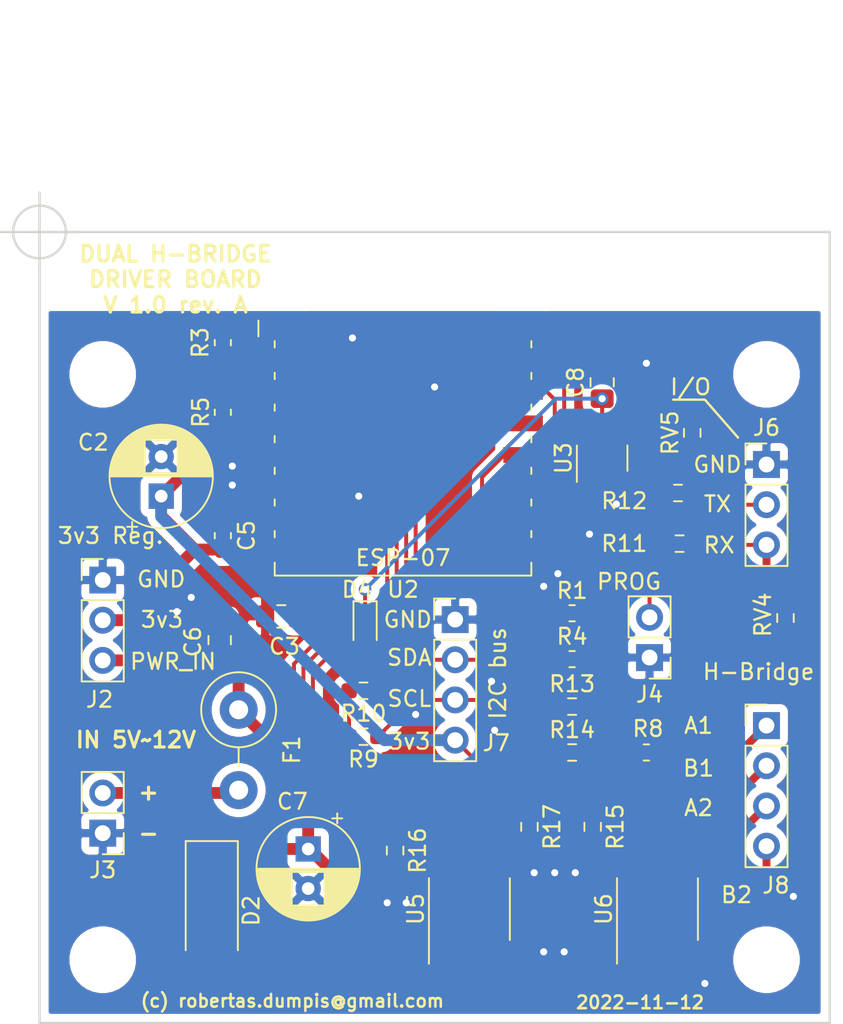
<source format=kicad_pcb>
(kicad_pcb (version 20171130) (host pcbnew "(5.1.12)-1")
  (layers (0 F.Cu signal) (31 B.Cu signal) (34 B.Paste user) (35 F.Paste user) (36 B.SilkS user) (37 F.SilkS user) (38 B.Mask user) (39 F.Mask user) (44 Edge.Cuts user))
  (net 0 "")
  (net 1 GND)
  (net 2 +3V3)
  (net 3 +5V)
  (net 4 "Net-(R1-Pad1)")
  (net 5 "Net-(R3-Pad2)")
  (net 6 "Net-(R5-Pad2)")
  (net 7 "Net-(F1-Pad2)")
  (net 8 /GPIO0)
  (net 9 /RXD)
  (net 10 /TXD)
  (net 11 "Net-(U2-Pad2)")
  (net 12 "Net-(C8-Pad1)")
  (net 13 "Net-(J6-Pad2)")
  (net 14 /GPIO5)
  (net 15 /GPIO4)
  (net 16 "Net-(J6-Pad3)")
  (net 17 "Net-(J8-Pad1)")
  (net 18 "Net-(J8-Pad2)")
  (net 19 "Net-(J8-Pad3)")
  (net 20 "Net-(J8-Pad4)")
  (net 21 /GPIO15)
  (net 22 /GPIO13)
  (net 23 /GPIO12)
  (net 24 /GPIO14)
  (module Resistor_SMD:R_0603_1608Metric_Pad0.98x0.95mm_HandSolder (layer F.Cu) (at 43.5 65.9 180)
    (fp_text reference R9 (at 0 -1.43) (layer F.SilkS))
    (fp_text value 4k6)
    (pad 1 smd roundrect (at -0.9125 0 180) (size 0.975 0.95) (layers F.Cu F.Paste F.Mask) (net 9 /RXD))
    (pad 2 smd roundrect (at 0.9125 0 180) (size 0.975 0.95) (layers F.Cu F.Paste F.Mask) (net 2 +3V3))
  )
  (module Capacitor_SMD:C_0805_2012Metric_Pad1.15x1.40mm_HandSolder (layer F.Cu) (at 38.3 58.3 180)
    (fp_text reference C3 (at -0.2 -1.9) (layer F.SilkS))
    (fp_text value 10uF)
    (pad 2 smd roundrect (at 1.025 0 180) (size 1.15 1.4) (layers F.Cu F.Paste F.Mask) (roundrect_rratio 0.217391) (net 1 GND))
    (pad 1 smd roundrect (at -1.025 0 180) (size 1.15 1.4) (layers F.Cu F.Paste F.Mask) (roundrect_rratio 0.217391) (net 2 +3V3))
  )
  (module Resistor_SMD:R_0603_1608Metric_Pad1.05x0.95mm_HandSolder (layer F.Cu) (at 34.6 41 90)
    (fp_text reference R3 (at 0 -1.43 90) (layer F.SilkS))
    (fp_text value 10k)
    (pad 1 smd roundrect (at -0.875 0 90) (size 1.05 0.95) (layers F.Cu F.Paste F.Mask) (net 2 +3V3))
    (pad 2 smd roundrect (at 0.875 0 90) (size 1.05 0.95) (layers F.Cu F.Paste F.Mask) (net 5 "Net-(R3-Pad2)"))
  )
  (module Connector_PinHeader_2.54mm:PinHeader_1x04_P2.54mm_Vertical (layer F.Cu) (at 49.3 58.5)
    (fp_text reference J7 (at 2.6 7.8) (layer F.SilkS))
    (fp_text value I2C)
    (pad 1 thru_hole rect (at 0 0) (size 1.7 1.7) (drill 1) (layers *.Cu *.Mask) (net 1 GND))
    (pad 2 thru_hole oval (at 0 2.54) (size 1.7 1.7) (drill 1) (layers *.Cu *.Mask) (net 15 /GPIO4))
    (pad 3 thru_hole oval (at 0 5.08) (size 1.7 1.7) (drill 1) (layers *.Cu *.Mask) (net 14 /GPIO5))
    (pad 4 thru_hole oval (at 0 7.62) (size 1.7 1.7) (drill 1) (layers *.Cu *.Mask) (net 2 +3V3))
  )
  (module Resistor_SMD:R_0603_1608Metric_Pad1.05x0.95mm_HandSolder (layer F.Cu) (at 61.4 66.9 180)
    (fp_text reference R8 (at -0.1 1.5) (layer F.SilkS))
    (fp_text value 4.6k)
    (pad 1 smd roundrect (at -0.875 0 180) (size 1.05 0.95) (layers F.Cu F.Paste F.Mask) (net 21 /GPIO15))
    (pad 2 smd roundrect (at 0.875 0 180) (size 1.05 0.95) (layers F.Cu F.Paste F.Mask) (net 1 GND))
  )
  (module Capacitor_SMD:C_0805_2012Metric_Pad1.15x1.40mm_HandSolder (layer F.Cu) (at 34.4 59.8 90)
    (fp_text reference C6 (at -0.1 -1.7 90) (layer F.SilkS))
    (fp_text value 10uF)
    (pad 1 smd roundrect (at -1.025 0 90) (size 1.15 1.4) (layers F.Cu F.Paste F.Mask) (roundrect_rratio 0.217391) (net 3 +5V))
    (pad 2 smd roundrect (at 1.025 0 90) (size 1.15 1.4) (layers F.Cu F.Paste F.Mask) (roundrect_rratio 0.217391) (net 1 GND))
  )
  (module Connector_PinHeader_2.54mm:PinHeader_1x03_P2.54mm_Vertical (layer F.Cu) (at 69 48.7)
    (fp_text reference J6 (at 0 -2.33) (layer F.SilkS))
    (fp_text value I/O)
    (pad 1 thru_hole rect (at 0 0) (size 1.7 1.7) (drill 1) (layers *.Cu *.Mask) (net 1 GND))
    (pad 2 thru_hole oval (at 0 2.54) (size 1.7 1.7) (drill 1) (layers *.Cu *.Mask) (net 13 "Net-(J6-Pad2)"))
    (pad 3 thru_hole oval (at 0 5.08) (size 1.7 1.7) (drill 1) (layers *.Cu *.Mask) (net 16 "Net-(J6-Pad3)"))
  )
  (module RF_Module:ESP-07 (layer F.Cu) (at 46 45)
    (fp_text reference U2 (at 0 11.6) (layer F.SilkS))
    (fp_text value ESP-07 (at 0 9.6) (layer F.SilkS))
    (pad 16 smd rect (at 7.6 -4.9) (size 2.5 1) (layers F.Cu F.Paste F.Mask) (net 10 /TXD))
    (pad 15 smd rect (at 7.6 -2.9) (size 2.5 1) (layers F.Cu F.Paste F.Mask) (net 9 /RXD))
    (pad 14 smd rect (at 7.6 -0.9) (size 2.5 1) (layers F.Cu F.Paste F.Mask) (net 14 /GPIO5))
    (pad 13 smd rect (at 7.6 1.1) (size 2.5 1) (layers F.Cu F.Paste F.Mask) (net 15 /GPIO4))
    (pad 12 smd rect (at 7.6 3.1) (size 2.5 1) (layers F.Cu F.Paste F.Mask) (net 8 /GPIO0))
    (pad 11 smd rect (at 7.6 5.1) (size 2.5 1) (layers F.Cu F.Paste F.Mask) (net 4 "Net-(R1-Pad1)"))
    (pad 10 smd rect (at 7.6 7.1) (size 2.5 1) (layers F.Cu F.Paste F.Mask) (net 21 /GPIO15))
    (pad 9 smd rect (at 7.6 9.1) (size 2.5 1) (layers F.Cu F.Paste F.Mask) (net 1 GND))
    (pad 8 smd rect (at -7.6 9.1) (size 2.5 1) (layers F.Cu F.Paste F.Mask) (net 2 +3V3))
    (pad 7 smd rect (at -7.6 7.1) (size 2.5 1) (layers F.Cu F.Paste F.Mask) (net 22 /GPIO13))
    (pad 6 smd rect (at -7.6 5.1) (size 2.5 1) (layers F.Cu F.Paste F.Mask) (net 23 /GPIO12))
    (pad 5 smd rect (at -7.6 3.1) (size 2.5 1) (layers F.Cu F.Paste F.Mask) (net 24 /GPIO14))
    (pad 4 smd rect (at -7.6 1.1) (size 2.5 1) (layers F.Cu F.Paste F.Mask) (net 6 "Net-(R5-Pad2)"))
    (pad 3 smd rect (at -7.6 -0.9) (size 2.5 1) (layers F.Cu F.Paste F.Mask) (net 2 +3V3))
    (pad 2 smd rect (at -7.6 -2.9) (size 2.5 1) (layers F.Cu F.Paste F.Mask) (net 11 "Net-(U2-Pad2)"))
    (pad 1 smd rect (at -7.6 -4.9) (size 2.5 1) (layers F.Cu F.Paste F.Mask) (net 5 "Net-(R3-Pad2)"))
  )
  (module MountingHole:MountingHole_3.2mm_M3_DIN965 (layer F.Cu) (at 69 43)
    (fp_text reference MOUNT hide)
    (fp_text value MountingHole_3.2mm_M3_DIN965 hide)
    (pad 1 np_thru_hole circle (at 0 0) (size 3.2 3.2) (drill 3.2) (layers *.Cu *.Mask))
  )
  (module Resistor_THT:R_Axial_DIN0414_L11.9mm_D4.5mm_P5.08mm_Vertical (layer F.Cu) (at 35.6 64.2 270)
    (fp_text reference F1 (at 2.54 -3.37 90) (layer F.SilkS))
    (fp_text value 2000mA)
    (pad 2 thru_hole oval (at 5.08 0 270) (size 2.4 2.4) (drill 1.2) (layers *.Cu *.Mask) (net 7 "Net-(F1-Pad2)"))
    (pad 1 thru_hole circle (at 0 0 270) (size 2.4 2.4) (drill 1.2) (layers *.Cu *.Mask) (net 3 +5V))
  )
  (module Resistor_SMD:R_0603_1608Metric_Pad1.05x0.95mm_HandSolder (layer F.Cu) (at 56.7 58.1)
    (fp_text reference R1 (at 0 -1.43 180) (layer F.SilkS))
    (fp_text value 4k6)
    (pad 1 smd roundrect (at -0.875 0) (size 1.05 0.95) (layers F.Cu F.Paste F.Mask) (net 4 "Net-(R1-Pad1)"))
    (pad 2 smd roundrect (at 0.875 0) (size 1.05 0.95) (layers F.Cu F.Paste F.Mask) (net 2 +3V3))
  )
  (module Resistor_SMD:R_0603_1608Metric_Pad1.05x0.95mm_HandSolder (layer F.Cu) (at 56.7 61)
    (fp_text reference R4 (at 0 -1.43 180) (layer F.SilkS))
    (fp_text value 4k6)
    (pad 2 smd roundrect (at 0.875 0) (size 1.05 0.95) (layers F.Cu F.Paste F.Mask) (net 2 +3V3))
    (pad 1 smd roundrect (at -0.875 0) (size 1.05 0.95) (layers F.Cu F.Paste F.Mask) (net 8 /GPIO0))
  )
  (module MountingHole:MountingHole_3.2mm_M3_DIN965 (layer F.Cu) (at 27 80)
    (fp_text reference MOUNT hide)
    (fp_text value MountingHole_3.2mm_M3_DIN965 hide)
    (pad 1 np_thru_hole circle (at 0 0) (size 3.2 3.2) (drill 3.2) (layers *.Cu *.Mask))
  )
  (module MountingHole:MountingHole_3.2mm_M3_DIN965 (layer F.Cu) (at 69 80)
    (fp_text reference MOUNT hide)
    (fp_text value MountingHole_3.2mm_M3_DIN965 hide)
    (pad 1 np_thru_hole circle (at 0 0) (size 3.2 3.2) (drill 3.2) (layers *.Cu *.Mask))
  )
  (module MountingHole:MountingHole_3.2mm_M3_DIN965 (layer F.Cu) (at 27 43)
    (fp_text reference MOUNT hide)
    (fp_text value MountingHole_3.2mm_M3_DIN965 hide)
    (pad 1 np_thru_hole circle (at 0 0) (size 3.2 3.2) (drill 3.2) (layers *.Cu *.Mask))
  )
  (module Capacitor_THT:CP_Radial_D6.3mm_P2.50mm (layer F.Cu) (at 30.7 50.7 90)
    (fp_text reference C2 (at 3.4 -4.3 180) (layer F.SilkS))
    (fp_text value 470uF)
    (pad 1 thru_hole rect (at 0 0 90) (size 1.6 1.6) (drill 0.8) (layers *.Cu *.Mask) (net 2 +3V3))
    (pad 2 thru_hole circle (at 2.5 0 90) (size 1.6 1.6) (drill 0.8) (layers *.Cu *.Mask) (net 1 GND))
  )
  (module Capacitor_THT:CP_Radial_D6.3mm_P2.50mm (layer F.Cu) (at 40 73 270)
    (fp_text reference C7 (at -3 1 180) (layer F.SilkS))
    (fp_text value 470uF)
    (pad 2 thru_hole circle (at 2.5 0 270) (size 1.6 1.6) (drill 0.8) (layers *.Cu *.Mask) (net 1 GND))
    (pad 1 thru_hole rect (at 0 0 270) (size 1.6 1.6) (drill 0.8) (layers *.Cu *.Mask) (net 3 +5V))
  )
  (module Connector_PinHeader_2.54mm:PinHeader_1x03_P2.54mm_Vertical (layer F.Cu) (at 27 56)
    (fp_text reference J2 (at -0.2 7.55) (layer F.SilkS))
    (fp_text value 3V3_VR)
    (pad 3 thru_hole oval (at 0 5.08) (size 1.7 1.7) (drill 1) (layers *.Cu *.Mask) (net 3 +5V))
    (pad 2 thru_hole oval (at 0 2.54) (size 1.7 1.7) (drill 1) (layers *.Cu *.Mask) (net 2 +3V3))
    (pad 1 thru_hole rect (at 0 0) (size 1.7 1.7) (drill 1) (layers *.Cu *.Mask) (net 1 GND))
  )
  (module Connector_PinHeader_2.54mm:PinHeader_1x02_P2.54mm_Vertical (layer F.Cu) (at 27 72 180)
    (fp_text reference J3 (at 0 -2.33 180) (layer F.SilkS))
    (fp_text value PWR_IN)
    (pad 1 thru_hole rect (at 0 0 180) (size 1.7 1.7) (drill 1) (layers *.Cu *.Mask) (net 1 GND))
    (pad 2 thru_hole oval (at 0 2.54 180) (size 1.7 1.7) (drill 1) (layers *.Cu *.Mask) (net 7 "Net-(F1-Pad2)"))
  )
  (module Resistor_SMD:R_0603_1608Metric_Pad1.05x0.95mm_HandSolder (layer F.Cu) (at 34.6 45.4 270)
    (fp_text reference R5 (at 0 1.4 270) (layer F.SilkS))
    (fp_text value 1k)
    (pad 2 smd roundrect (at 0.875 0 270) (size 1.05 0.95) (layers F.Cu F.Paste F.Mask) (net 6 "Net-(R5-Pad2)"))
    (pad 1 smd roundrect (at -0.875 0 270) (size 1.05 0.95) (layers F.Cu F.Paste F.Mask) (net 5 "Net-(R3-Pad2)"))
  )
  (module Capacitor_SMD:C_0603_1608Metric_Pad1.05x0.95mm_HandSolder (layer F.Cu) (at 34.6 53.2 90)
    (fp_text reference C5 (at 0 1.5 270) (layer F.SilkS))
    (fp_text value 1uF)
    (pad 2 smd roundrect (at 0.875 0 90) (size 1.05 0.95) (layers F.Cu F.Paste F.Mask) (net 1 GND))
    (pad 1 smd roundrect (at -0.875 0 90) (size 1.05 0.95) (layers F.Cu F.Paste F.Mask) (net 2 +3V3))
  )
  (module Diode_SMD:D_SMA_Handsoldering (layer F.Cu) (at 33.9 76.9 270)
    (fp_text reference D2 (at 0 -2.5 90) (layer F.SilkS))
    (fp_text value SMAJ5.0A)
    (pad 2 smd rect (at 2.5 0 270) (size 3.5 1.8) (layers F.Cu F.Paste F.Mask) (net 1 GND))
    (pad 1 smd rect (at -2.5 0 270) (size 3.5 1.8) (layers F.Cu F.Paste F.Mask) (net 3 +5V))
  )
  (module Capacitor_SMD:C_0805_2012Metric_Pad1.18x1.45mm_HandSolder (layer F.Cu) (at 58.6 43.5 90)
    (fp_text reference C8 (at 0 -1.68 90) (layer F.SilkS))
    (fp_text value 10uF)
    (pad 1 smd roundrect (at -1.0375 0 90) (size 1.175 1.45) (layers F.Cu F.Paste F.Mask) (roundrect_rratio 0.212766) (net 12 "Net-(C8-Pad1)"))
    (pad 2 smd roundrect (at 1.0375 0 90) (size 1.175 1.45) (layers F.Cu F.Paste F.Mask) (roundrect_rratio 0.212766) (net 1 GND))
  )
  (module Diode_SMD:D_0603_1608Metric_Pad1.05x0.95mm_HandSolder (layer F.Cu) (at 43.6 59 270)
    (fp_text reference D4 (at -2.4 0.5 180) (layer F.SilkS))
    (fp_text value 1N4148WT)
    (pad 1 smd roundrect (at -0.875 0 270) (size 1.05 0.95) (layers F.Cu F.Paste F.Mask) (net 12 "Net-(C8-Pad1)"))
    (pad 2 smd roundrect (at 0.875 0 270) (size 1.05 0.95) (layers F.Cu F.Paste F.Mask) (net 2 +3V3))
  )
  (module Connector_PinHeader_2.54mm:PinHeader_1x02_P2.54mm_Vertical (layer F.Cu) (at 61.6 60.9 180)
    (fp_text reference J4 (at 0 -2.33) (layer F.SilkS))
    (fp_text value PROG)
    (pad 1 thru_hole rect (at 0 0 180) (size 1.7 1.7) (drill 1) (layers *.Cu *.Mask) (net 1 GND))
    (pad 2 thru_hole oval (at 0 2.54 180) (size 1.7 1.7) (drill 1) (layers *.Cu *.Mask) (net 8 /GPIO0))
  )
  (module Resistor_SMD:R_0603_1608Metric_Pad0.98x0.95mm_HandSolder (layer F.Cu) (at 43.5 63 180)
    (fp_text reference R10 (at 0 -1.43) (layer F.SilkS))
    (fp_text value 4k6)
    (pad 1 smd roundrect (at -0.9125 0 180) (size 0.975 0.95) (layers F.Cu F.Paste F.Mask) (net 10 /TXD))
    (pad 2 smd roundrect (at 0.9125 0 180) (size 0.975 0.95) (layers F.Cu F.Paste F.Mask) (net 2 +3V3))
  )
  (module Resistor_SMD:R_0603_1608Metric_Pad0.98x0.95mm_HandSolder (layer F.Cu) (at 63.5 53.7)
    (fp_text reference R11 (at -3.5 0) (layer F.SilkS))
    (fp_text value 220)
    (pad 1 smd roundrect (at -0.9125 0) (size 0.975 0.95) (layers F.Cu F.Paste F.Mask) (net 9 /RXD))
    (pad 2 smd roundrect (at 0.9125 0) (size 0.975 0.95) (layers F.Cu F.Paste F.Mask) (net 16 "Net-(J6-Pad3)"))
  )
  (module Resistor_SMD:R_0603_1608Metric_Pad0.98x0.95mm_HandSolder (layer F.Cu) (at 63.4 50.5)
    (fp_text reference R12 (at -3.4 0.5) (layer F.SilkS))
    (fp_text value 220)
    (pad 2 smd roundrect (at 0.9125 0) (size 0.975 0.95) (layers F.Cu F.Paste F.Mask) (net 13 "Net-(J6-Pad2)"))
    (pad 1 smd roundrect (at -0.9125 0) (size 0.975 0.95) (layers F.Cu F.Paste F.Mask) (net 10 /TXD))
  )
  (module Resistor_SMD:R_0603_1608Metric_Pad0.98x0.95mm_HandSolder (layer F.Cu) (at 70.2 58.4 90)
    (fp_text reference RV4 (at 0.2 -1.43 90) (layer F.SilkS))
    (fp_text value Varistor)
    (pad 1 smd roundrect (at -0.9125 0 90) (size 0.975 0.95) (layers F.Cu F.Paste F.Mask) (net 1 GND))
    (pad 2 smd roundrect (at 0.9125 0 90) (size 0.975 0.95) (layers F.Cu F.Paste F.Mask) (net 16 "Net-(J6-Pad3)"))
  )
  (module Resistor_SMD:R_0603_1608Metric_Pad0.98x0.95mm_HandSolder (layer F.Cu) (at 64.3 46.7 270)
    (fp_text reference RV5 (at 0 1.4 90) (layer F.SilkS))
    (fp_text value Varistor)
    (pad 2 smd roundrect (at 0.9125 0 270) (size 0.975 0.95) (layers F.Cu F.Paste F.Mask) (net 13 "Net-(J6-Pad2)"))
    (pad 1 smd roundrect (at -0.9125 0 270) (size 0.975 0.95) (layers F.Cu F.Paste F.Mask) (net 1 GND))
  )
  (module Package_SO:TSOP-6_1.65x3.05mm_P0.95mm (layer F.Cu) (at 58.6 48.3 90)
    (fp_text reference U3 (at 0 -2.45 90) (layer F.SilkS))
    (fp_text value PRTR5V0U4D)
    (pad 1 smd rect (at -1.16 -0.95 90) (size 0.7 0.51) (layers F.Cu F.Paste F.Mask) (net 15 /GPIO4))
    (pad 2 smd rect (at -1.16 0 90) (size 0.7 0.51) (layers F.Cu F.Paste F.Mask) (net 1 GND))
    (pad 3 smd rect (at -1.16 0.95 90) (size 0.7 0.51) (layers F.Cu F.Paste F.Mask) (net 14 /GPIO5))
    (pad 4 smd rect (at 1.16 0.95 90) (size 0.7 0.51) (layers F.Cu F.Paste F.Mask) (net 10 /TXD))
    (pad 5 smd rect (at 1.16 0 90) (size 0.7 0.51) (layers F.Cu F.Paste F.Mask) (net 12 "Net-(C8-Pad1)"))
    (pad 6 smd rect (at 1.16 -0.95 90) (size 0.7 0.51) (layers F.Cu F.Paste F.Mask) (net 9 /RXD))
  )
  (module Resistor_SMD:R_0603_1608Metric_Pad0.98x0.95mm_HandSolder (layer F.Cu) (at 56.7 64)
    (fp_text reference R13 (at 0 -1.43) (layer F.SilkS))
    (fp_text value 4k6)
    (pad 2 smd roundrect (at 0.9125 0) (size 0.975 0.95) (layers F.Cu F.Paste F.Mask) (net 2 +3V3))
    (pad 1 smd roundrect (at -0.9125 0) (size 0.975 0.95) (layers F.Cu F.Paste F.Mask) (net 15 /GPIO4))
  )
  (module Resistor_SMD:R_0603_1608Metric_Pad0.98x0.95mm_HandSolder (layer F.Cu) (at 56.7 66.9)
    (fp_text reference R14 (at 0 -1.43) (layer F.SilkS))
    (fp_text value 4k6)
    (pad 1 smd roundrect (at -0.9125 0) (size 0.975 0.95) (layers F.Cu F.Paste F.Mask) (net 14 /GPIO5))
    (pad 2 smd roundrect (at 0.9125 0) (size 0.975 0.95) (layers F.Cu F.Paste F.Mask) (net 2 +3V3))
  )
  (module Connector_PinHeader_2.54mm:PinHeader_1x04_P2.54mm_Vertical (layer F.Cu) (at 69 65.2)
    (fp_text reference J8 (at 0.6 10.1) (layer F.SilkS))
    (fp_text value H-Bridge)
    (pad 1 thru_hole rect (at 0 0) (size 1.7 1.7) (drill 1) (layers *.Cu *.Mask) (net 17 "Net-(J8-Pad1)"))
    (pad 2 thru_hole oval (at 0 2.54) (size 1.7 1.7) (drill 1) (layers *.Cu *.Mask) (net 18 "Net-(J8-Pad2)"))
    (pad 3 thru_hole oval (at 0 5.08) (size 1.7 1.7) (drill 1) (layers *.Cu *.Mask) (net 19 "Net-(J8-Pad3)"))
    (pad 4 thru_hole oval (at 0 7.62) (size 1.7 1.7) (drill 1) (layers *.Cu *.Mask) (net 20 "Net-(J8-Pad4)"))
  )
  (module Package_SO:SOP-8_3.9x4.9mm_P1.27mm (layer F.Cu) (at 50.2 76.8 90)
    (fp_text reference U5 (at 0 -3.4 90) (layer F.SilkS))
    (fp_text value L9110)
    (pad 8 smd roundrect (at 2.625 -1.905 90) (size 1.65 0.6) (layers F.Cu F.Paste F.Mask) (net 1 GND))
    (pad 7 smd roundrect (at 2.625 -0.635 90) (size 1.65 0.6) (layers F.Cu F.Paste F.Mask) (net 22 /GPIO13))
    (pad 6 smd roundrect (at 2.625 0.635 90) (size 1.65 0.6) (layers F.Cu F.Paste F.Mask) (net 23 /GPIO12))
    (pad 5 smd roundrect (at 2.625 1.905 90) (size 1.65 0.6) (layers F.Cu F.Paste F.Mask) (net 1 GND))
    (pad 4 smd roundrect (at -2.625 1.905 90) (size 1.65 0.6) (layers F.Cu F.Paste F.Mask) (net 18 "Net-(J8-Pad2)"))
    (pad 3 smd roundrect (at -2.625 0.635 90) (size 1.65 0.6) (layers F.Cu F.Paste F.Mask) (net 3 +5V))
    (pad 2 smd roundrect (at -2.625 -0.635 90) (size 1.65 0.6) (layers F.Cu F.Paste F.Mask) (net 3 +5V))
    (pad 1 smd roundrect (at -2.625 -1.905 90) (size 1.65 0.6) (layers F.Cu F.Paste F.Mask) (net 17 "Net-(J8-Pad1)"))
  )
  (module Package_SO:SOP-8_3.9x4.9mm_P1.27mm (layer F.Cu) (at 62.1 76.8 90)
    (fp_text reference U6 (at 0 -3.4 90) (layer F.SilkS))
    (fp_text value L9110)
    (pad 1 smd roundrect (at -2.625 -1.905 90) (size 1.65 0.6) (layers F.Cu F.Paste F.Mask) (net 19 "Net-(J8-Pad3)"))
    (pad 2 smd roundrect (at -2.625 -0.635 90) (size 1.65 0.6) (layers F.Cu F.Paste F.Mask) (net 3 +5V))
    (pad 3 smd roundrect (at -2.625 0.635 90) (size 1.65 0.6) (layers F.Cu F.Paste F.Mask) (net 3 +5V))
    (pad 4 smd roundrect (at -2.625 1.905 90) (size 1.65 0.6) (layers F.Cu F.Paste F.Mask) (net 20 "Net-(J8-Pad4)"))
    (pad 5 smd roundrect (at 2.625 1.905 90) (size 1.65 0.6) (layers F.Cu F.Paste F.Mask) (net 1 GND))
    (pad 6 smd roundrect (at 2.625 0.635 90) (size 1.65 0.6) (layers F.Cu F.Paste F.Mask) (net 21 /GPIO15))
    (pad 7 smd roundrect (at 2.625 -0.635 90) (size 1.65 0.6) (layers F.Cu F.Paste F.Mask) (net 24 /GPIO14))
    (pad 8 smd roundrect (at 2.625 -1.905 90) (size 1.65 0.6) (layers F.Cu F.Paste F.Mask) (net 1 GND))
  )
  (module Resistor_SMD:R_0603_1608Metric_Pad0.98x0.95mm_HandSolder (layer F.Cu) (at 58 71.6 270)
    (fp_text reference R15 (at 0 -1.43 90) (layer F.SilkS))
    (fp_text value 4.6k)
    (pad 1 smd roundrect (at -0.9125 0 270) (size 0.975 0.95) (layers F.Cu F.Paste F.Mask) (net 24 /GPIO14))
    (pad 2 smd roundrect (at 0.9125 0 270) (size 0.975 0.95) (layers F.Cu F.Paste F.Mask) (net 1 GND))
  )
  (module Resistor_SMD:R_0603_1608Metric_Pad0.98x0.95mm_HandSolder (layer F.Cu) (at 45.5 73.1 270)
    (fp_text reference R16 (at 0 -1.43 90) (layer F.SilkS))
    (fp_text value 4.6k)
    (pad 2 smd roundrect (at 0.9125 0 270) (size 0.975 0.95) (layers F.Cu F.Paste F.Mask) (net 1 GND))
    (pad 1 smd roundrect (at -0.9125 0 270) (size 0.975 0.95) (layers F.Cu F.Paste F.Mask) (net 22 /GPIO13))
  )
  (module Resistor_SMD:R_0603_1608Metric_Pad0.98x0.95mm_HandSolder (layer F.Cu) (at 54 71.6 270)
    (fp_text reference R17 (at 0 -1.43 90) (layer F.SilkS))
    (fp_text value 4.6k)
    (pad 1 smd roundrect (at -0.9125 0 270) (size 0.975 0.95) (layers F.Cu F.Paste F.Mask) (net 23 /GPIO12))
    (pad 2 smd roundrect (at 0.9125 0 270) (size 0.975 0.95) (layers F.Cu F.Paste F.Mask) (net 1 GND))
  )
  (gr_text H-Bridge (at 68.5 61.8) (layer F.SilkS) (effects (font (size 1 1))))
  (gr_text B2 (at 67.1 75.9) (layer F.SilkS) (effects (font (size 1 1))))
  (gr_text A2 (at 64.7 70.4) (layer F.SilkS) (effects (font (size 1 1))))
  (gr_text B1 (at 64.7 67.9) (layer F.SilkS) (effects (font (size 1 1))))
  (gr_text A1 (at 64.7 65.2) (layer F.SilkS) (effects (font (size 1 1))))
  (gr_text 2022-11-12 (at 61 82.7) (layer F.SilkS) (effects (font (size 0.8 0.8) (thickness 0.16))))
  (gr_line (start 65.1 44.6) (end 67.2 47) (layer F.SilkS) (width 0.15))
  (gr_line (start 63.1 44.6) (end 65.1 44.6) (layer F.SilkS) (width 0.15))
  (gr_text GND (at 65.9 48.7) (layer F.SilkS) (effects (font (size 1 1))))
  (gr_text PROG (at 60.3 56.1) (layer F.SilkS) (effects (font (size 1 1))))
  (gr_text 3v3 (at 46.4 66.2) (layer F.SilkS) (effects (font (size 1 1))))
  (gr_text SCL (at 46.4 63.5) (layer F.SilkS) (effects (font (size 1 1))))
  (gr_text SDA (at 46.4 60.9) (layer F.SilkS) (effects (font (size 1 1))))
  (gr_text GND (at 46.3 58.5) (layer F.SilkS) (effects (font (size 1 1))))
  (gr_text "I2C bus" (at 52 61.9 90) (layer F.SilkS) (effects (font (size 1 1))))
  (gr_text PWR_IN (at 31.45 61.15) (layer F.SilkS) (effects (font (size 1 1))))
  (gr_text 3v3 (at 30.75 58.5) (layer F.SilkS) (effects (font (size 1 1))))
  (gr_text GND (at 30.7 55.95) (layer F.SilkS) (effects (font (size 1 1))))
  (gr_text "3v3 Reg." (at 27.5 53.2) (layer F.SilkS) (effects (font (size 1 1))))
  (gr_text RX (at 66 53.8) (layer F.SilkS) (effects (font (size 1 1))))
  (gr_text TX (at 65.9 51.2) (layer F.SilkS) (effects (font (size 1 1))))
  (target plus (at 23 34) (size 5) (width 0.15) (layer Edge.Cuts))
  (gr_text I/O (at 64.2 43.8) (layer F.SilkS) (effects (font (size 1 1))))
  (gr_line (start 23 84) (end 33 84) (layer Edge.Cuts) (width 0.15))
  (gr_line (start 23 34) (end 23 84) (layer Edge.Cuts) (width 0.15))
  (gr_line (start 33 34) (end 23 34) (layer Edge.Cuts) (width 0.15))
  (gr_text "(c) robertas.dumpis@gmail.com" (at 39 82.6) (layer F.SilkS) (effects (font (size 0.8 0.8) (thickness 0.16))))
  (gr_text "DUAL H-BRIDGE\nDRIVER BOARD\nV 1.0 rev. A" (at 31.6 37) (layer F.SilkS) (effects (font (size 1 1) (thickness 0.2))))
  (gr_text - (at 29.9 72) (layer F.SilkS) (effects (font (size 1 1) (thickness 0.2))))
  (gr_text + (at 29.9 69.4) (layer F.SilkS) (effects (font (size 1 1) (thickness 0.2))))
  (gr_text "IN 5V~~12V" (at 29.1 66.1) (layer F.SilkS) (effects (font (size 1 1) (thickness 0.2))))
  (gr_line (start 73 84) (end 33 84) (layer Edge.Cuts) (width 0.15))
  (gr_line (start 73 34) (end 73 84) (layer Edge.Cuts) (width 0.15))
  (gr_line (start 73 34) (end 33 34) (layer Edge.Cuts) (width 0.15))
  (via (at 61.4 42.3) (size 0.8) (drill 0.45) (layers F.Cu B.Cu) (net 1))
  (via (at 42.8 40.7) (size 0.8) (drill 0.45) (layers F.Cu B.Cu) (net 1))
  (via (at 35.2 48.8) (size 0.8) (drill 0.45) (layers F.Cu B.Cu) (net 1))
  (via (at 35.2 50) (size 0.8) (drill 0.45) (layers F.Cu B.Cu) (net 1))
  (via (at 32.6 57.1) (size 0.8) (drill 0.45) (layers F.Cu B.Cu) (net 1))
  (via (at 31.7 58) (size 0.8) (drill 0.45) (layers F.Cu B.Cu) (net 1))
  (via (at 55.8 55.6) (size 0.8) (drill 0.45) (layers F.Cu B.Cu) (net 1))
  (via (at 54.9 56.4) (size 0.8) (drill 0.45) (layers F.Cu B.Cu) (net 1))
  (via (at 46.8 64.5) (size 0.8) (drill 0.45) (layers F.Cu B.Cu) (net 1))
  (via (at 51.6 62.4) (size 0.8) (drill 0.45) (layers F.Cu B.Cu) (net 1))
  (via (at 51.8 65.5) (size 0.8) (drill 0.45) (layers F.Cu B.Cu) (net 1))
  (via (at 45 76.4) (size 0.8) (drill 0.45) (layers F.Cu B.Cu) (net 1))
  (via (at 46.2 76.4) (size 0.8) (drill 0.45) (layers F.Cu B.Cu) (net 1))
  (via (at 54.3 74.5) (size 0.8) (drill 0.45) (layers F.Cu B.Cu) (net 1))
  (via (at 55.6 74.5) (size 0.8) (drill 0.45) (layers F.Cu B.Cu) (net 1))
  (via (at 56.9 74.5) (size 0.8) (drill 0.45) (layers F.Cu B.Cu) (net 1))
  (via (at 54.9 79.5) (size 0.8) (drill 0.45) (layers F.Cu B.Cu) (net 1))
  (via (at 56.2 79.5) (size 0.8) (drill 0.45) (layers F.Cu B.Cu) (net 1))
  (via (at 70.7 76) (size 0.8) (drill 0.45) (layers F.Cu B.Cu) (net 1))
  (via (at 65.1 81.5) (size 0.8) (drill 0.45) (layers F.Cu B.Cu) (net 1))
  (via (at 59.5 51.2) (size 0.8) (drill 0.45) (layers F.Cu B.Cu) (net 1))
  (via (at 57.8 53.1) (size 0.8) (drill 0.45) (layers F.Cu B.Cu) (net 1))
  (via (at 48 43.8) (size 0.8) (drill 0.45) (layers F.Cu B.Cu) (net 1))
  (via (at 43.2 50.7) (size 0.8) (drill 0.45) (layers F.Cu B.Cu) (net 1))
  (segment (start 57.6125 64) (end 57.6125 64.7125) (width 0.25) (layer F.Cu) (net 2))
  (segment (start 57.575 63.9625) (end 57.6125 64) (width 0.25) (layer F.Cu) (net 2))
  (segment (start 57.575 61) (end 57.575 63.9625) (width 0.25) (layer F.Cu) (net 2))
  (segment (start 57.575 58.1) (end 57.575 61) (width 0.25) (layer F.Cu) (net 2))
  (segment (start 34.625 54.1) (end 34.6 54.075) (width 0.75) (layer F.Cu) (net 2))
  (segment (start 38.4 54.1) (end 34.625 54.1) (width 0.75) (layer F.Cu) (net 2))
  (segment (start 28.36 58.54) (end 27 58.54) (width 0.75) (layer F.Cu) (net 2))
  (segment (start 32.825 54.075) (end 28.36 58.54) (width 0.75) (layer F.Cu) (net 2))
  (segment (start 34.6 54.075) (end 32.825 54.075) (width 0.75) (layer F.Cu) (net 2))
  (segment (start 30.7 51.95) (end 32.825 54.075) (width 0.75) (layer F.Cu) (net 2))
  (segment (start 30.7 50.7) (end 30.7 51.95) (width 0.75) (layer F.Cu) (net 2))
  (segment (start 57.6125 64.7125) (end 57.6125 66.9) (width 0.25) (layer F.Cu) (net 2))
  (segment (start 33.425 41.875) (end 34.6 41.875) (width 0.75) (layer F.Cu) (net 2))
  (segment (start 32.8 42.5) (end 33.425 41.875) (width 0.75) (layer F.Cu) (net 2))
  (segment (start 32.8 48.6) (end 32.8 42.5) (width 0.75) (layer F.Cu) (net 2))
  (segment (start 30.7 50.7) (end 32.8 48.6) (width 0.75) (layer F.Cu) (net 2))
  (segment (start 34.6 41.875) (end 34.675 41.875) (width 0.75) (layer F.Cu) (net 2))
  (segment (start 36.9 44.1) (end 38.4 44.1) (width 0.75) (layer F.Cu) (net 2))
  (segment (start 34.675 41.875) (end 36.9 44.1) (width 0.75) (layer F.Cu) (net 2))
  (segment (start 30.7 50.7) (end 30.7 52) (width 0.75) (layer B.Cu) (net 2))
  (segment (start 44.82 66.12) (end 49.3 66.12) (width 0.75) (layer B.Cu) (net 2))
  (segment (start 30.7 52) (end 44.82 66.12) (width 0.75) (layer B.Cu) (net 2))
  (segment (start 57.6125 66.9) (end 57.6125 67.4875) (width 0.25) (layer F.Cu) (net 2))
  (segment (start 57.6125 67.4875) (end 56.9 68.2) (width 0.25) (layer F.Cu) (net 2))
  (segment (start 51.38 68.2) (end 49.3 66.12) (width 0.25) (layer F.Cu) (net 2))
  (segment (start 56.9 68.2) (end 51.38 68.2) (width 0.25) (layer F.Cu) (net 2))
  (segment (start 44.8875 68.2) (end 42.5875 65.9) (width 0.25) (layer F.Cu) (net 2))
  (segment (start 51.38 68.2) (end 44.8875 68.2) (width 0.25) (layer F.Cu) (net 2))
  (segment (start 42.5875 65.9) (end 42.5875 63) (width 0.25) (layer F.Cu) (net 2))
  (segment (start 42.5875 63) (end 42.5875 62.4125) (width 0.25) (layer F.Cu) (net 2))
  (segment (start 43.6 61.4) (end 43.6 59.875) (width 0.25) (layer F.Cu) (net 2))
  (segment (start 42.5875 62.4125) (end 43.6 61.4) (width 0.25) (layer F.Cu) (net 2))
  (segment (start 38.4 54.1) (end 38.4 55.4) (width 0.75) (layer F.Cu) (net 2))
  (segment (start 39.325 56.325) (end 39.325 58.3) (width 0.75) (layer F.Cu) (net 2))
  (segment (start 38.4 55.4) (end 39.325 56.325) (width 0.75) (layer F.Cu) (net 2))
  (segment (start 35.6 64.2) (end 40 68.6) (width 0.75) (layer F.Cu) (net 3))
  (segment (start 35.3 73) (end 33.9 74.4) (width 0.75) (layer F.Cu) (net 3))
  (segment (start 40 73) (end 35.3 73) (width 0.75) (layer F.Cu) (net 3))
  (segment (start 40 69.2) (end 40 73) (width 0.75) (layer F.Cu) (net 3))
  (segment (start 40 68.6) (end 40 69.2) (width 0.75) (layer F.Cu) (net 3))
  (segment (start 35.6 62.06) (end 34.62 61.08) (width 0.75) (layer F.Cu) (net 3))
  (segment (start 35.6 64.2) (end 35.6 62.06) (width 0.75) (layer F.Cu) (net 3))
  (segment (start 32.72 61.08) (end 34.62 61.08) (width 0.75) (layer F.Cu) (net 3))
  (segment (start 27 61.08) (end 32.72 61.08) (width 0.75) (layer F.Cu) (net 3))
  (segment (start 40 73) (end 40.1 73) (width 0.75) (layer F.Cu) (net 3))
  (segment (start 40.1 73) (end 42.5 75.4) (width 0.75) (layer F.Cu) (net 3))
  (segment (start 42.5 75.4) (end 42.5 77.8) (width 0.75) (layer F.Cu) (net 3))
  (segment (start 42.5 77.8) (end 46.6 81.9) (width 0.75) (layer F.Cu) (net 3))
  (segment (start 61 81.9) (end 61.5 81.9) (width 0.75) (layer F.Cu) (net 3))
  (segment (start 49.565 81.865) (end 49.6 81.9) (width 0.5) (layer F.Cu) (net 3))
  (segment (start 49.565 79.425) (end 49.565 81.865) (width 0.5) (layer F.Cu) (net 3))
  (segment (start 46.6 81.9) (end 49.6 81.9) (width 0.75) (layer F.Cu) (net 3))
  (segment (start 50.835 81.835) (end 50.9 81.9) (width 0.5) (layer F.Cu) (net 3))
  (segment (start 50.835 79.425) (end 50.835 81.835) (width 0.5) (layer F.Cu) (net 3))
  (segment (start 50.9 81.9) (end 61 81.9) (width 0.75) (layer F.Cu) (net 3))
  (segment (start 49.6 81.9) (end 50.9 81.9) (width 0.75) (layer F.Cu) (net 3))
  (segment (start 61.465 81.865) (end 61.5 81.9) (width 0.5) (layer F.Cu) (net 3))
  (segment (start 61.465 79.425) (end 61.465 81.865) (width 0.5) (layer F.Cu) (net 3))
  (segment (start 61.465 81.865) (end 62.235 81.865) (width 0.5) (layer F.Cu) (net 3))
  (segment (start 62.735 81.365) (end 62.735 79.425) (width 0.5) (layer F.Cu) (net 3))
  (segment (start 62.235 81.865) (end 62.735 81.365) (width 0.5) (layer F.Cu) (net 3))
  (segment (start 53.6 50.1) (end 52.2 50.1) (width 0.25) (layer F.Cu) (net 4))
  (segment (start 52.2 50.1) (end 51.6 50.7) (width 0.25) (layer F.Cu) (net 4))
  (segment (start 51.6 50.7) (end 51.6 55.1) (width 0.25) (layer F.Cu) (net 4))
  (segment (start 54.6 58.1) (end 55.825 58.1) (width 0.25) (layer F.Cu) (net 4))
  (segment (start 51.6 55.1) (end 54.6 58.1) (width 0.25) (layer F.Cu) (net 4))
  (segment (start 34.625 40.1) (end 34.6 40.125) (width 0.25) (layer F.Cu) (net 5))
  (segment (start 38.4 40.1) (end 34.625 40.1) (width 0.25) (layer F.Cu) (net 5))
  (segment (start 34.6 44.525) (end 35.525 44.525) (width 0.25) (layer F.Cu) (net 5))
  (segment (start 35.525 44.525) (end 36.1 45.1) (width 0.25) (layer F.Cu) (net 5))
  (segment (start 36.1 45.1) (end 40.4 45.1) (width 0.25) (layer F.Cu) (net 5))
  (segment (start 40.4 45.1) (end 40.9 44.6) (width 0.25) (layer F.Cu) (net 5))
  (segment (start 40.9 44.6) (end 40.9 41.1) (width 0.25) (layer F.Cu) (net 5))
  (segment (start 39.9 40.1) (end 38.4 40.1) (width 0.25) (layer F.Cu) (net 5))
  (segment (start 40.9 41.1) (end 39.9 40.1) (width 0.25) (layer F.Cu) (net 5))
  (segment (start 38.225 46.275) (end 38.4 46.1) (width 0.25) (layer F.Cu) (net 6))
  (segment (start 34.6 46.275) (end 38.225 46.275) (width 0.25) (layer F.Cu) (net 6))
  (segment (start 35.42 69.46) (end 35.6 69.28) (width 0.75) (layer F.Cu) (net 7))
  (segment (start 27 69.46) (end 35.42 69.46) (width 0.75) (layer F.Cu) (net 7))
  (segment (start 53.6 48.1) (end 52.4 48.1) (width 0.25) (layer F.Cu) (net 8))
  (segment (start 52.4 48.1) (end 51 49.5) (width 0.25) (layer F.Cu) (net 8))
  (segment (start 51 49.5) (end 51 55.4) (width 0.25) (layer F.Cu) (net 8))
  (segment (start 51 55.4) (end 54.1 58.5) (width 0.25) (layer F.Cu) (net 8))
  (segment (start 54.1 59.275) (end 55.825 61) (width 0.25) (layer F.Cu) (net 8))
  (segment (start 54.1 58.5) (end 54.1 59.275) (width 0.25) (layer F.Cu) (net 8))
  (segment (start 61.6 55.3) (end 61.6 58.36) (width 0.25) (layer F.Cu) (net 8))
  (segment (start 54.4 48.1) (end 61.6 55.3) (width 0.25) (layer F.Cu) (net 8))
  (segment (start 53.6 48.1) (end 54.4 48.1) (width 0.25) (layer F.Cu) (net 8))
  (segment (start 55.3 42.1) (end 53.6 42.1) (width 0.25) (layer F.Cu) (net 9))
  (segment (start 56.2 43) (end 55.3 42.1) (width 0.25) (layer F.Cu) (net 9))
  (segment (start 56.2 45.69) (end 57.65 47.14) (width 0.25) (layer F.Cu) (net 9))
  (segment (start 56.2 43) (end 56.2 45.69) (width 0.25) (layer F.Cu) (net 9))
  (segment (start 61 52.1125) (end 62.5875 53.7) (width 0.25) (layer F.Cu) (net 9))
  (segment (start 61 49.3) (end 61 52.1125) (width 0.25) (layer F.Cu) (net 9))
  (segment (start 59.7 48) (end 61 49.3) (width 0.25) (layer F.Cu) (net 9))
  (segment (start 58.2 48) (end 59.7 48) (width 0.25) (layer F.Cu) (net 9))
  (segment (start 57.65 47.45) (end 58.2 48) (width 0.25) (layer F.Cu) (net 9))
  (segment (start 57.65 47.14) (end 57.65 47.45) (width 0.25) (layer F.Cu) (net 9))
  (segment (start 45.6 64.7125) (end 44.4125 65.9) (width 0.25) (layer F.Cu) (net 9))
  (segment (start 45.6 48.3) (end 45.6 64.7125) (width 0.25) (layer F.Cu) (net 9))
  (segment (start 51.8 42.1) (end 45.6 48.3) (width 0.25) (layer F.Cu) (net 9))
  (segment (start 53.6 42.1) (end 51.8 42.1) (width 0.25) (layer F.Cu) (net 9))
  (segment (start 62.4875 50.0775) (end 59.55 47.14) (width 0.25) (layer F.Cu) (net 10))
  (segment (start 62.4875 50.5) (end 62.4875 50.0775) (width 0.25) (layer F.Cu) (net 10))
  (segment (start 59.6 40.1) (end 53.6 40.1) (width 0.25) (layer F.Cu) (net 10))
  (segment (start 61.8 40.1) (end 59.6 40.1) (width 0.25) (layer F.Cu) (net 10))
  (segment (start 63.2 41.5) (end 61.8 40.1) (width 0.25) (layer F.Cu) (net 10))
  (segment (start 63.2 43.3) (end 63.2 41.5) (width 0.25) (layer F.Cu) (net 10))
  (segment (start 59.55 46.95) (end 63.2 43.3) (width 0.25) (layer F.Cu) (net 10))
  (segment (start 59.55 47.14) (end 59.55 46.95) (width 0.25) (layer F.Cu) (net 10))
  (segment (start 49.4 40.1) (end 53.6 40.1) (width 0.25) (layer F.Cu) (net 10))
  (segment (start 45 44.5) (end 49.4 40.1) (width 0.25) (layer F.Cu) (net 10))
  (segment (start 45 61.1) (end 45 44.5) (width 0.25) (layer F.Cu) (net 10))
  (segment (start 44.4125 61.6875) (end 45 61.1) (width 0.25) (layer F.Cu) (net 10))
  (segment (start 44.4125 63) (end 44.4125 61.6875) (width 0.25) (layer F.Cu) (net 10))
  (segment (start 58.6 44.5375) (end 58.6 47.14) (width 0.25) (layer F.Cu) (net 12))
  (via (at 43.6 56.6) (size 0.8) (drill 0.45) (layers F.Cu B.Cu) (net 12))
  (segment (start 43.6 58.125) (end 43.6 56.6) (width 0.25) (layer F.Cu) (net 12))
  (segment (start 55.6625 44.5375) (end 58.6 44.5375) (width 0.25) (layer B.Cu) (net 12))
  (segment (start 43.6 56.6) (end 55.6625 44.5375) (width 0.25) (layer B.Cu) (net 12))
  (via (at 58.6 44.5375) (size 0.8) (drill 0.45) (layers F.Cu B.Cu) (net 12))
  (segment (start 64.3 50.4875) (end 64.3125 50.5) (width 0.5) (layer F.Cu) (net 13))
  (segment (start 64.3 47.6125) (end 64.3 50.4875) (width 0.5) (layer F.Cu) (net 13))
  (segment (start 69 51.24) (end 66.74 51.24) (width 0.25) (layer F.Cu) (net 13))
  (segment (start 66 50.5) (end 64.3125 50.5) (width 0.25) (layer F.Cu) (net 13))
  (segment (start 66.74 51.24) (end 66 50.5) (width 0.25) (layer F.Cu) (net 13))
  (segment (start 52.1 44.1) (end 46.2 50) (width 0.25) (layer F.Cu) (net 14))
  (segment (start 53.6 44.1) (end 52.1 44.1) (width 0.25) (layer F.Cu) (net 14))
  (segment (start 46.2 50) (end 46.2 62) (width 0.25) (layer F.Cu) (net 14))
  (segment (start 47.78 63.58) (end 49.3 63.58) (width 0.25) (layer F.Cu) (net 14))
  (segment (start 46.2 62) (end 47.78 63.58) (width 0.25) (layer F.Cu) (net 14))
  (segment (start 52.4675 63.58) (end 55.7875 66.9) (width 0.25) (layer F.Cu) (net 14))
  (segment (start 49.3 63.58) (end 52.4675 63.58) (width 0.25) (layer F.Cu) (net 14))
  (segment (start 59.55 48.95) (end 59.55 49.46) (width 0.25) (layer F.Cu) (net 14))
  (segment (start 59.2 48.6) (end 59.55 48.95) (width 0.25) (layer F.Cu) (net 14))
  (segment (start 57.6 48.6) (end 59.2 48.6) (width 0.25) (layer F.Cu) (net 14))
  (segment (start 56.8 47.8) (end 57.6 48.6) (width 0.25) (layer F.Cu) (net 14))
  (segment (start 55.1 44.1) (end 55.6 44.6) (width 0.25) (layer F.Cu) (net 14))
  (segment (start 53.6 44.1) (end 55.1 44.1) (width 0.25) (layer F.Cu) (net 14))
  (segment (start 55.6 44.6) (end 55.6 46.2) (width 0.25) (layer F.Cu) (net 14))
  (segment (start 56.8 47.4) (end 56.8 47.8) (width 0.25) (layer F.Cu) (net 14))
  (segment (start 55.6 46.2) (end 56.8 47.4) (width 0.25) (layer F.Cu) (net 14))
  (segment (start 46.8 51.4) (end 46.8 60.2) (width 0.25) (layer F.Cu) (net 15))
  (segment (start 47.64 61.04) (end 49.3 61.04) (width 0.25) (layer F.Cu) (net 15))
  (segment (start 52.1 46.1) (end 46.8 51.4) (width 0.25) (layer F.Cu) (net 15))
  (segment (start 46.8 60.2) (end 47.64 61.04) (width 0.25) (layer F.Cu) (net 15))
  (segment (start 53.6 46.1) (end 52.1 46.1) (width 0.25) (layer F.Cu) (net 15))
  (segment (start 52.8275 61.04) (end 49.3 61.04) (width 0.25) (layer F.Cu) (net 15))
  (segment (start 55.7875 64) (end 52.8275 61.04) (width 0.25) (layer F.Cu) (net 15))
  (segment (start 53.6 46.1) (end 54.6 46.1) (width 0.25) (layer F.Cu) (net 15))
  (segment (start 54.6 46.23641) (end 56.2 47.83641) (width 0.25) (layer F.Cu) (net 15))
  (segment (start 54.6 46.1) (end 54.6 46.23641) (width 0.25) (layer F.Cu) (net 15))
  (segment (start 56.2 47.83641) (end 56.2 48.5) (width 0.25) (layer F.Cu) (net 15))
  (segment (start 57.16 49.46) (end 57.65 49.46) (width 0.25) (layer F.Cu) (net 15))
  (segment (start 56.2 48.5) (end 57.16 49.46) (width 0.25) (layer F.Cu) (net 15))
  (segment (start 64.4925 53.78) (end 64.4125 53.7) (width 0.25) (layer F.Cu) (net 16))
  (segment (start 69 53.78) (end 64.4925 53.78) (width 0.25) (layer F.Cu) (net 16))
  (segment (start 69 56.2875) (end 70.2 57.4875) (width 0.5) (layer F.Cu) (net 16))
  (segment (start 69 53.78) (end 69 56.2875) (width 0.5) (layer F.Cu) (net 16))
  (segment (start 48.295 78.6) (end 50.495 76.4) (width 0.5) (layer F.Cu) (net 17))
  (segment (start 48.295 79.425) (end 48.295 78.6) (width 0.5) (layer F.Cu) (net 17))
  (segment (start 50.495 76.4) (end 64.5 76.4) (width 0.5) (layer F.Cu) (net 17))
  (segment (start 64.5 76.4) (end 65.8 75.1) (width 0.5) (layer F.Cu) (net 17))
  (segment (start 65.8 68.4) (end 69 65.2) (width 0.5) (layer F.Cu) (net 17))
  (segment (start 65.8 75.1) (end 65.8 68.4) (width 0.5) (layer F.Cu) (net 17))
  (segment (start 52.105 79.425) (end 54.33 77.2) (width 0.5) (layer F.Cu) (net 18))
  (segment (start 54.33 77.2) (end 64.8 77.2) (width 0.5) (layer F.Cu) (net 18))
  (segment (start 64.8 77.2) (end 66.6 75.4) (width 0.5) (layer F.Cu) (net 18))
  (segment (start 66.6 70.14) (end 69 67.74) (width 0.5) (layer F.Cu) (net 18))
  (segment (start 66.6 75.4) (end 66.6 70.14) (width 0.5) (layer F.Cu) (net 18))
  (segment (start 60.195 79.425) (end 60.195 78.805) (width 0.5) (layer F.Cu) (net 19))
  (segment (start 60.195 78.805) (end 61 78) (width 0.5) (layer F.Cu) (net 19))
  (segment (start 61 78) (end 65.1 78) (width 0.5) (layer F.Cu) (net 19))
  (segment (start 65.1 78) (end 67.4 75.7) (width 0.5) (layer F.Cu) (net 19))
  (segment (start 67.4 71.88) (end 69 70.28) (width 0.5) (layer F.Cu) (net 19))
  (segment (start 67.4 75.7) (end 67.4 71.88) (width 0.5) (layer F.Cu) (net 19))
  (segment (start 64.005 79.425) (end 64.775 79.425) (width 0.5) (layer F.Cu) (net 20))
  (segment (start 69 75.2) (end 69 72.82) (width 0.5) (layer F.Cu) (net 20))
  (segment (start 64.775 79.425) (end 69 75.2) (width 0.5) (layer F.Cu) (net 20))
  (segment (start 62.735 67.36) (end 62.275 66.9) (width 0.25) (layer F.Cu) (net 21))
  (segment (start 62.735 74.175) (end 62.735 67.36) (width 0.25) (layer F.Cu) (net 21))
  (segment (start 53.6 52.1) (end 55.1 52.1) (width 0.25) (layer F.Cu) (net 21))
  (segment (start 55.1 52.1) (end 59.5 56.5) (width 0.25) (layer F.Cu) (net 21))
  (segment (start 59.5 56.5) (end 59.5 62.9) (width 0.25) (layer F.Cu) (net 21))
  (segment (start 62.275 65.675) (end 62.275 66.9) (width 0.25) (layer F.Cu) (net 21))
  (segment (start 59.5 62.9) (end 62.275 65.675) (width 0.25) (layer F.Cu) (net 21))
  (segment (start 49.565 71.065) (end 49.565 71.975) (width 0.25) (layer F.Cu) (net 22))
  (segment (start 49 70.5) (end 49.565 71.065) (width 0.25) (layer F.Cu) (net 22))
  (segment (start 49.565 71.975) (end 49.565 74.175) (width 0.25) (layer F.Cu) (net 22))
  (segment (start 45.5 72.1875) (end 45.5 70.5) (width 0.25) (layer F.Cu) (net 22))
  (segment (start 45.5 70.5) (end 49 70.5) (width 0.25) (layer F.Cu) (net 22))
  (segment (start 38.4 52.1) (end 39 52.1) (width 0.25) (layer F.Cu) (net 22))
  (segment (start 39 52.1) (end 40.4 53.5) (width 0.25) (layer F.Cu) (net 22))
  (segment (start 40.4 53.5) (end 40.4 60) (width 0.25) (layer F.Cu) (net 22))
  (segment (start 40.4 60) (end 39.1 61.3) (width 0.25) (layer F.Cu) (net 22))
  (segment (start 39.1 61.3) (end 39.1 66.5) (width 0.25) (layer F.Cu) (net 22))
  (segment (start 43.1 70.5) (end 45.5 70.5) (width 0.25) (layer F.Cu) (net 22))
  (segment (start 39.1 66.5) (end 43.1 70.5) (width 0.25) (layer F.Cu) (net 22))
  (segment (start 50.835 70.735) (end 50.835 71.975) (width 0.25) (layer F.Cu) (net 23))
  (segment (start 50.835 71.975) (end 50.835 74.175) (width 0.25) (layer F.Cu) (net 23))
  (segment (start 53.9525 70.735) (end 54 70.6875) (width 0.25) (layer F.Cu) (net 23))
  (segment (start 50.835 70.735) (end 53.9525 70.735) (width 0.25) (layer F.Cu) (net 23))
  (segment (start 50 69.9) (end 50.835 70.735) (width 0.25) (layer F.Cu) (net 23))
  (segment (start 43.3 69.9) (end 50 69.9) (width 0.25) (layer F.Cu) (net 23))
  (segment (start 39.7 66.3) (end 43.3 69.9) (width 0.25) (layer F.Cu) (net 23))
  (segment (start 41 60.2) (end 39.7 61.5) (width 0.25) (layer F.Cu) (net 23))
  (segment (start 39.7 61.5) (end 39.7 66.3) (width 0.25) (layer F.Cu) (net 23))
  (segment (start 41 51.2) (end 41 60.2) (width 0.25) (layer F.Cu) (net 23))
  (segment (start 39.9 50.1) (end 41 51.2) (width 0.25) (layer F.Cu) (net 23))
  (segment (start 38.4 50.1) (end 39.9 50.1) (width 0.25) (layer F.Cu) (net 23))
  (segment (start 61.465 70.465) (end 61.465 71.975) (width 0.25) (layer F.Cu) (net 24))
  (segment (start 60.5 69.5) (end 61.465 70.465) (width 0.25) (layer F.Cu) (net 24))
  (segment (start 61.465 71.975) (end 61.465 74.175) (width 0.25) (layer F.Cu) (net 24))
  (segment (start 58 70.6875) (end 58 69.5) (width 0.25) (layer F.Cu) (net 24))
  (segment (start 58 69.5) (end 60.5 69.5) (width 0.25) (layer F.Cu) (net 24))
  (segment (start 38.4 48.1) (end 39.3 48.1) (width 0.25) (layer F.Cu) (net 24))
  (segment (start 39.3 48.1) (end 41.6 50.4) (width 0.25) (layer F.Cu) (net 24))
  (segment (start 41.6 50.4) (end 41.6 60.5) (width 0.25) (layer F.Cu) (net 24))
  (segment (start 41.6 60.5) (end 40.3 61.8) (width 0.25) (layer F.Cu) (net 24))
  (segment (start 40.3 61.8) (end 40.3 66.1) (width 0.25) (layer F.Cu) (net 24))
  (segment (start 40.3 66.1) (end 43.5 69.3) (width 0.25) (layer F.Cu) (net 24))
  (segment (start 57.8 69.3) (end 58 69.5) (width 0.25) (layer F.Cu) (net 24))
  (segment (start 43.5 69.3) (end 57.8 69.3) (width 0.25) (layer F.Cu) (net 24))
  (zone (net 1) (net_name GND) (layer F.Cu) (connect_pads (clearance 0.508)) (min_thickness 0.254) (fill yes (arc_segments 32) (thermal_gap 0.508) (thermal_bridge_width 0.508))
    (polygon (pts (xy 73 84) (xy 23 84) (xy 23 34) (xy 73 34)))
  )
  (zone (net 1) (net_name GND) (layer B.Cu) (connect_pads (clearance 0.508)) (min_thickness 0.254) (fill yes (arc_segments 32) (thermal_gap 0.508) (thermal_bridge_width 0.508))
    (polygon (pts (xy 73 84) (xy 23 84) (xy 23 34) (xy 73 34)))
  )
  (zone (net 0) (net_name "") (layers F&B.Cu) (connect_pads (clearance 0.508)) (min_thickness 0.254)
    (keepout (tracks not_allowed) (vias not_allowed) (copperpour not_allowed))
    (fill (arc_segments 32) (thermal_gap 0.508) (thermal_bridge_width 0.508))
    (polygon (pts (xy 73 39) (xy 23 39) (xy 23 34) (xy 73 34)))
  )
)
</source>
